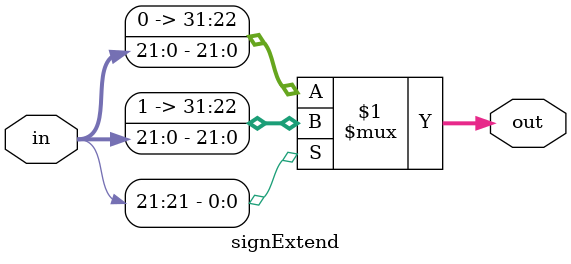
<source format=v>
module signExtend(in , out);
    input [21:0] in;
    output [31:0] out;
    
    assign out = in[21] ? {10'b1111111111, in} : {10'b0000000000, in};
    
endmodule

</source>
